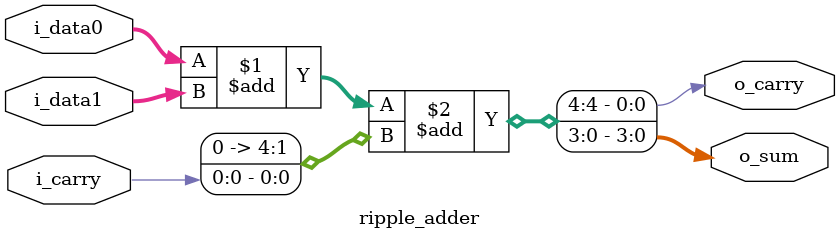
<source format=v>

module ripple_adder #(
    parameter WIDTH = 4
)
(
    input wire i_carry,
    input wire [WIDTH-1:0] i_data0,
    input wire [WIDTH-1:0] i_data1,
    output wire [WIDTH-1:0] o_sum,
    output wire o_carry
);

assign {o_carry, o_sum} = i_data0 + i_data1 + {{(WIDTH-1){1'b0}},i_carry}; 

endmodule

</source>
